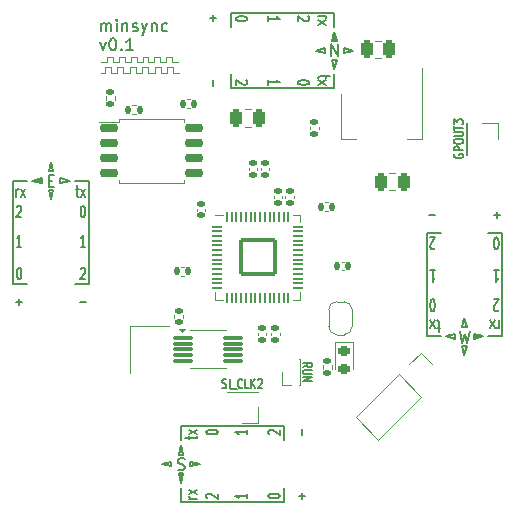
<source format=gto>
G04 #@! TF.GenerationSoftware,KiCad,Pcbnew,8.0.6*
G04 #@! TF.CreationDate,2025-01-25T09:56:42+01:00*
G04 #@! TF.ProjectId,RP2040_minimal_r2,52503230-3430-45f6-9d69-6e696d616c5f,REV2*
G04 #@! TF.SameCoordinates,Original*
G04 #@! TF.FileFunction,Legend,Top*
G04 #@! TF.FilePolarity,Positive*
%FSLAX46Y46*%
G04 Gerber Fmt 4.6, Leading zero omitted, Abs format (unit mm)*
G04 Created by KiCad (PCBNEW 8.0.6) date 2025-01-25 09:56:42*
%MOMM*%
%LPD*%
G01*
G04 APERTURE LIST*
G04 Aperture macros list*
%AMRoundRect*
0 Rectangle with rounded corners*
0 $1 Rounding radius*
0 $2 $3 $4 $5 $6 $7 $8 $9 X,Y pos of 4 corners*
0 Add a 4 corners polygon primitive as box body*
4,1,4,$2,$3,$4,$5,$6,$7,$8,$9,$2,$3,0*
0 Add four circle primitives for the rounded corners*
1,1,$1+$1,$2,$3*
1,1,$1+$1,$4,$5*
1,1,$1+$1,$6,$7*
1,1,$1+$1,$8,$9*
0 Add four rect primitives between the rounded corners*
20,1,$1+$1,$2,$3,$4,$5,0*
20,1,$1+$1,$4,$5,$6,$7,0*
20,1,$1+$1,$6,$7,$8,$9,0*
20,1,$1+$1,$8,$9,$2,$3,0*%
%AMHorizOval*
0 Thick line with rounded ends*
0 $1 width*
0 $2 $3 position (X,Y) of the first rounded end (center of the circle)*
0 $4 $5 position (X,Y) of the second rounded end (center of the circle)*
0 Add line between two ends*
20,1,$1,$2,$3,$4,$5,0*
0 Add two circle primitives to create the rounded ends*
1,1,$1,$2,$3*
1,1,$1,$4,$5*%
%AMRotRect*
0 Rectangle, with rotation*
0 The origin of the aperture is its center*
0 $1 length*
0 $2 width*
0 $3 Rotation angle, in degrees counterclockwise*
0 Add horizontal line*
21,1,$1,$2,0,0,$3*%
%AMFreePoly0*
4,1,19,0.500000,-0.750000,0.000000,-0.750000,0.000000,-0.744911,-0.071157,-0.744911,-0.207708,-0.704816,-0.327430,-0.627875,-0.420627,-0.520320,-0.479746,-0.390866,-0.500000,-0.250000,-0.500000,0.250000,-0.479746,0.390866,-0.420627,0.520320,-0.327430,0.627875,-0.207708,0.704816,-0.071157,0.744911,0.000000,0.744911,0.000000,0.750000,0.500000,0.750000,0.500000,-0.750000,0.500000,-0.750000,
$1*%
%AMFreePoly1*
4,1,19,0.000000,0.744911,0.071157,0.744911,0.207708,0.704816,0.327430,0.627875,0.420627,0.520320,0.479746,0.390866,0.500000,0.250000,0.500000,-0.250000,0.479746,-0.390866,0.420627,-0.520320,0.327430,-0.627875,0.207708,-0.704816,0.071157,-0.744911,0.000000,-0.744911,0.000000,-0.750000,-0.500000,-0.750000,-0.500000,0.750000,0.000000,0.750000,0.000000,0.744911,0.000000,0.744911,
$1*%
G04 Aperture macros list end*
%ADD10C,0.120000*%
%ADD11C,0.150000*%
%ADD12C,0.160000*%
%ADD13RoundRect,0.250000X-0.250000X-0.475000X0.250000X-0.475000X0.250000X0.475000X-0.250000X0.475000X0*%
%ADD14RoundRect,0.140000X0.170000X-0.140000X0.170000X0.140000X-0.170000X0.140000X-0.170000X-0.140000X0*%
%ADD15RoundRect,0.140000X0.140000X0.170000X-0.140000X0.170000X-0.140000X-0.170000X0.140000X-0.170000X0*%
%ADD16RoundRect,0.135000X0.135000X0.185000X-0.135000X0.185000X-0.135000X-0.185000X0.135000X-0.185000X0*%
%ADD17R,1.500000X2.000000*%
%ADD18R,3.800000X2.000000*%
%ADD19RoundRect,0.150000X-0.650000X-0.150000X0.650000X-0.150000X0.650000X0.150000X-0.650000X0.150000X0*%
%ADD20RoundRect,0.135000X0.185000X-0.135000X0.185000X0.135000X-0.185000X0.135000X-0.185000X-0.135000X0*%
%ADD21RoundRect,0.140000X-0.140000X-0.170000X0.140000X-0.170000X0.140000X0.170000X-0.140000X0.170000X0*%
%ADD22RoundRect,0.140000X-0.170000X0.140000X-0.170000X-0.140000X0.170000X-0.140000X0.170000X0.140000X0*%
%ADD23RoundRect,0.050000X-0.387500X-0.050000X0.387500X-0.050000X0.387500X0.050000X-0.387500X0.050000X0*%
%ADD24RoundRect,0.050000X-0.050000X-0.387500X0.050000X-0.387500X0.050000X0.387500X-0.050000X0.387500X0*%
%ADD25RoundRect,0.144000X-1.456000X-1.456000X1.456000X-1.456000X1.456000X1.456000X-1.456000X1.456000X0*%
%ADD26C,2.700000*%
%ADD27C,1.500000*%
%ADD28R,1.700000X1.700000*%
%ADD29C,1.700000*%
%ADD30FreePoly0,90.000000*%
%ADD31FreePoly1,90.000000*%
%ADD32R,1.200000X1.400000*%
%ADD33RoundRect,0.218750X-0.256250X0.218750X-0.256250X-0.218750X0.256250X-0.218750X0.256250X0.218750X0*%
%ADD34R,1.000000X1.000000*%
%ADD35RotRect,1.700000X1.700000X315.000000*%
%ADD36HorizOval,1.700000X0.000000X0.000000X0.000000X0.000000X0*%
%ADD37R,0.750000X1.000000*%
%ADD38RoundRect,0.087500X-0.725000X-0.087500X0.725000X-0.087500X0.725000X0.087500X-0.725000X0.087500X0*%
%ADD39RotRect,1.700000X1.700000X225.000000*%
%ADD40HorizOval,1.700000X0.000000X0.000000X0.000000X0.000000X0*%
%ADD41C,0.600000*%
G04 APERTURE END LIST*
D10*
X91300000Y-83900000D02*
X91800000Y-83900000D01*
X89750000Y-83500000D02*
X90250000Y-83500000D01*
X89750000Y-83000000D02*
X89750000Y-83500000D01*
X90250000Y-83500000D02*
X90250000Y-83000000D01*
X86750000Y-83500000D02*
X87250000Y-83500000D01*
D11*
X105700000Y-82700000D02*
X104900000Y-82500000D01*
X105700000Y-82300000D01*
X105700000Y-82700000D01*
D10*
X92250000Y-83500000D02*
X92250000Y-83000000D01*
D11*
X106700000Y-81700000D02*
X106300000Y-81700000D01*
X106500000Y-80900000D01*
X106700000Y-81700000D01*
G36*
X106700000Y-81700000D02*
G01*
X106300000Y-81700000D01*
X106500000Y-80900000D01*
X106700000Y-81700000D01*
G37*
D10*
X90800000Y-84400000D02*
X91300000Y-84400000D01*
X92300000Y-84400000D02*
X92300000Y-83900000D01*
X91250000Y-83500000D02*
X91250000Y-83000000D01*
X88700000Y-84400000D02*
X89200000Y-84400000D01*
X88750000Y-83500000D02*
X89250000Y-83500000D01*
D11*
X119100000Y-106700000D02*
X118300000Y-106900000D01*
X118300000Y-106500000D01*
X119100000Y-106700000D01*
G36*
X119100000Y-106700000D02*
G01*
X118300000Y-106900000D01*
X118300000Y-106500000D01*
X119100000Y-106700000D01*
G37*
D10*
X90200000Y-83900000D02*
X90700000Y-83900000D01*
X88250000Y-83000000D02*
X88750000Y-83000000D01*
D11*
X84100000Y-93505882D02*
X83300000Y-93705882D01*
X83300000Y-93305882D01*
X84100000Y-93505882D01*
D10*
X92750000Y-83000000D02*
X92750000Y-83500000D01*
X86750000Y-84400000D02*
X87100000Y-84400000D01*
X91750000Y-83000000D02*
X91750000Y-83500000D01*
X90750000Y-83500000D02*
X91250000Y-83500000D01*
X92300000Y-83900000D02*
X92800000Y-83900000D01*
X89250000Y-83500000D02*
X89250000Y-83000000D01*
X87600000Y-83900000D02*
X87600000Y-84400000D01*
X91250000Y-83000000D02*
X91750000Y-83000000D01*
X88600000Y-83900000D02*
X88600000Y-84400000D01*
X90250000Y-83000000D02*
X90750000Y-83000000D01*
X87100000Y-83900000D02*
X87600000Y-83900000D01*
X89700000Y-84400000D02*
X90200000Y-84400000D01*
D11*
X82700000Y-92705882D02*
X82300000Y-92705882D01*
X82500000Y-91905882D01*
X82700000Y-92705882D01*
D10*
X87250000Y-83000000D02*
X87750000Y-83000000D01*
X89200000Y-83900000D02*
X89700000Y-83900000D01*
X90750000Y-83000000D02*
X90750000Y-83500000D01*
D11*
X82500000Y-95105882D02*
X82300000Y-94305882D01*
X82700000Y-94305882D01*
X82500000Y-95105882D01*
D10*
X88750000Y-83000000D02*
X88750000Y-83500000D01*
X92250000Y-83000000D02*
X92750000Y-83000000D01*
X92800000Y-84400000D02*
X93300000Y-84400000D01*
X90700000Y-83900000D02*
X90700000Y-84400000D01*
D11*
X81700000Y-93705882D02*
X80900000Y-93505882D01*
X81700000Y-93305882D01*
X81700000Y-93705882D01*
G36*
X81700000Y-93705882D02*
G01*
X80900000Y-93505882D01*
X81700000Y-93305882D01*
X81700000Y-93705882D01*
G37*
D10*
X88250000Y-83500000D02*
X88250000Y-83000000D01*
D11*
X117500000Y-108300000D02*
X117300000Y-107500000D01*
X117700000Y-107500000D01*
X117500000Y-108300000D01*
X108100000Y-82500000D02*
X107300000Y-82700000D01*
X107300000Y-82300000D01*
X108100000Y-82500000D01*
D10*
X88700000Y-84400000D02*
X88600000Y-84400000D01*
D11*
X106500000Y-84100000D02*
X106300000Y-83300000D01*
X106700000Y-83300000D01*
X106500000Y-84100000D01*
D10*
X89700000Y-83900000D02*
X89700000Y-84400000D01*
X87600000Y-84400000D02*
X88100000Y-84400000D01*
X91750000Y-83500000D02*
X92250000Y-83500000D01*
X89250000Y-83000000D02*
X89750000Y-83000000D01*
X87250000Y-83500000D02*
X87250000Y-83000000D01*
X91800000Y-84400000D02*
X92300000Y-84400000D01*
X87750000Y-83500000D02*
X88250000Y-83500000D01*
D11*
X117700000Y-105900000D02*
X117300000Y-105900000D01*
X117500000Y-105100000D01*
X117700000Y-105900000D01*
D10*
X92750000Y-83500000D02*
X93250000Y-83500000D01*
X89200000Y-84400000D02*
X89200000Y-83900000D01*
D11*
X92700000Y-117700000D02*
X91900000Y-117500000D01*
X92700000Y-117300000D01*
X92700000Y-117700000D01*
D10*
X87100000Y-84400000D02*
X87100000Y-83900000D01*
X92800000Y-83900000D02*
X92800000Y-84400000D01*
X88100000Y-84400000D02*
X88100000Y-83900000D01*
D11*
X93500000Y-119100000D02*
X93300000Y-118300000D01*
X93700000Y-118300000D01*
X93500000Y-119100000D01*
G36*
X93500000Y-119100000D02*
G01*
X93300000Y-118300000D01*
X93700000Y-118300000D01*
X93500000Y-119100000D01*
G37*
D10*
X91800000Y-83900000D02*
X91800000Y-84400000D01*
D11*
X95100000Y-117500000D02*
X94300000Y-117700000D01*
X94300000Y-117300000D01*
X95100000Y-117500000D01*
X116700000Y-106900000D02*
X115900000Y-106700000D01*
X116700000Y-106500000D01*
X116700000Y-106900000D01*
X93700000Y-116700000D02*
X93300000Y-116700000D01*
X93500000Y-115900000D01*
X93700000Y-116700000D01*
D10*
X90800000Y-84400000D02*
X90700000Y-84400000D01*
X90200000Y-84400000D02*
X90200000Y-83900000D01*
X91300000Y-84400000D02*
X91300000Y-83900000D01*
X87750000Y-83000000D02*
X87750000Y-83500000D01*
X88100000Y-83900000D02*
X88600000Y-83900000D01*
D11*
X103805704Y-109284398D02*
X104186657Y-109084398D01*
X103805704Y-108941541D02*
X104605704Y-108941541D01*
X104605704Y-108941541D02*
X104605704Y-109170112D01*
X104605704Y-109170112D02*
X104567609Y-109227255D01*
X104567609Y-109227255D02*
X104529514Y-109255826D01*
X104529514Y-109255826D02*
X104453323Y-109284398D01*
X104453323Y-109284398D02*
X104339038Y-109284398D01*
X104339038Y-109284398D02*
X104262847Y-109255826D01*
X104262847Y-109255826D02*
X104224752Y-109227255D01*
X104224752Y-109227255D02*
X104186657Y-109170112D01*
X104186657Y-109170112D02*
X104186657Y-108941541D01*
X104605704Y-109541541D02*
X103958085Y-109541541D01*
X103958085Y-109541541D02*
X103881895Y-109570112D01*
X103881895Y-109570112D02*
X103843800Y-109598684D01*
X103843800Y-109598684D02*
X103805704Y-109655826D01*
X103805704Y-109655826D02*
X103805704Y-109770112D01*
X103805704Y-109770112D02*
X103843800Y-109827255D01*
X103843800Y-109827255D02*
X103881895Y-109855826D01*
X103881895Y-109855826D02*
X103958085Y-109884398D01*
X103958085Y-109884398D02*
X104605704Y-109884398D01*
X103805704Y-110170112D02*
X104605704Y-110170112D01*
X104605704Y-110170112D02*
X103805704Y-110512969D01*
X103805704Y-110512969D02*
X104605704Y-110512969D01*
X97012969Y-111056200D02*
X97098684Y-111094295D01*
X97098684Y-111094295D02*
X97241541Y-111094295D01*
X97241541Y-111094295D02*
X97298684Y-111056200D01*
X97298684Y-111056200D02*
X97327255Y-111018104D01*
X97327255Y-111018104D02*
X97355826Y-110941914D01*
X97355826Y-110941914D02*
X97355826Y-110865723D01*
X97355826Y-110865723D02*
X97327255Y-110789533D01*
X97327255Y-110789533D02*
X97298684Y-110751438D01*
X97298684Y-110751438D02*
X97241541Y-110713342D01*
X97241541Y-110713342D02*
X97127255Y-110675247D01*
X97127255Y-110675247D02*
X97070112Y-110637152D01*
X97070112Y-110637152D02*
X97041541Y-110599057D01*
X97041541Y-110599057D02*
X97012969Y-110522866D01*
X97012969Y-110522866D02*
X97012969Y-110446676D01*
X97012969Y-110446676D02*
X97041541Y-110370485D01*
X97041541Y-110370485D02*
X97070112Y-110332390D01*
X97070112Y-110332390D02*
X97127255Y-110294295D01*
X97127255Y-110294295D02*
X97270112Y-110294295D01*
X97270112Y-110294295D02*
X97355826Y-110332390D01*
X97612970Y-111094295D02*
X97612970Y-110294295D01*
X97755827Y-111170485D02*
X98212969Y-111170485D01*
X98698684Y-111018104D02*
X98670112Y-111056200D01*
X98670112Y-111056200D02*
X98584398Y-111094295D01*
X98584398Y-111094295D02*
X98527255Y-111094295D01*
X98527255Y-111094295D02*
X98441541Y-111056200D01*
X98441541Y-111056200D02*
X98384398Y-110980009D01*
X98384398Y-110980009D02*
X98355827Y-110903819D01*
X98355827Y-110903819D02*
X98327255Y-110751438D01*
X98327255Y-110751438D02*
X98327255Y-110637152D01*
X98327255Y-110637152D02*
X98355827Y-110484771D01*
X98355827Y-110484771D02*
X98384398Y-110408580D01*
X98384398Y-110408580D02*
X98441541Y-110332390D01*
X98441541Y-110332390D02*
X98527255Y-110294295D01*
X98527255Y-110294295D02*
X98584398Y-110294295D01*
X98584398Y-110294295D02*
X98670112Y-110332390D01*
X98670112Y-110332390D02*
X98698684Y-110370485D01*
X99241541Y-111094295D02*
X98955827Y-111094295D01*
X98955827Y-111094295D02*
X98955827Y-110294295D01*
X99441541Y-111094295D02*
X99441541Y-110294295D01*
X99784398Y-111094295D02*
X99527255Y-110637152D01*
X99784398Y-110294295D02*
X99441541Y-110751438D01*
X100012969Y-110370485D02*
X100041541Y-110332390D01*
X100041541Y-110332390D02*
X100098684Y-110294295D01*
X100098684Y-110294295D02*
X100241541Y-110294295D01*
X100241541Y-110294295D02*
X100298684Y-110332390D01*
X100298684Y-110332390D02*
X100327255Y-110370485D01*
X100327255Y-110370485D02*
X100355826Y-110446676D01*
X100355826Y-110446676D02*
X100355826Y-110522866D01*
X100355826Y-110522866D02*
X100327255Y-110637152D01*
X100327255Y-110637152D02*
X99984398Y-111094295D01*
X99984398Y-111094295D02*
X100355826Y-111094295D01*
X86736779Y-80859875D02*
X86736779Y-80193208D01*
X86736779Y-80288446D02*
X86784398Y-80240827D01*
X86784398Y-80240827D02*
X86879636Y-80193208D01*
X86879636Y-80193208D02*
X87022493Y-80193208D01*
X87022493Y-80193208D02*
X87117731Y-80240827D01*
X87117731Y-80240827D02*
X87165350Y-80336065D01*
X87165350Y-80336065D02*
X87165350Y-80859875D01*
X87165350Y-80336065D02*
X87212969Y-80240827D01*
X87212969Y-80240827D02*
X87308207Y-80193208D01*
X87308207Y-80193208D02*
X87451064Y-80193208D01*
X87451064Y-80193208D02*
X87546303Y-80240827D01*
X87546303Y-80240827D02*
X87593922Y-80336065D01*
X87593922Y-80336065D02*
X87593922Y-80859875D01*
X88070112Y-80859875D02*
X88070112Y-80193208D01*
X88070112Y-79859875D02*
X88022493Y-79907494D01*
X88022493Y-79907494D02*
X88070112Y-79955113D01*
X88070112Y-79955113D02*
X88117731Y-79907494D01*
X88117731Y-79907494D02*
X88070112Y-79859875D01*
X88070112Y-79859875D02*
X88070112Y-79955113D01*
X88546302Y-80193208D02*
X88546302Y-80859875D01*
X88546302Y-80288446D02*
X88593921Y-80240827D01*
X88593921Y-80240827D02*
X88689159Y-80193208D01*
X88689159Y-80193208D02*
X88832016Y-80193208D01*
X88832016Y-80193208D02*
X88927254Y-80240827D01*
X88927254Y-80240827D02*
X88974873Y-80336065D01*
X88974873Y-80336065D02*
X88974873Y-80859875D01*
X89403445Y-80812256D02*
X89498683Y-80859875D01*
X89498683Y-80859875D02*
X89689159Y-80859875D01*
X89689159Y-80859875D02*
X89784397Y-80812256D01*
X89784397Y-80812256D02*
X89832016Y-80717017D01*
X89832016Y-80717017D02*
X89832016Y-80669398D01*
X89832016Y-80669398D02*
X89784397Y-80574160D01*
X89784397Y-80574160D02*
X89689159Y-80526541D01*
X89689159Y-80526541D02*
X89546302Y-80526541D01*
X89546302Y-80526541D02*
X89451064Y-80478922D01*
X89451064Y-80478922D02*
X89403445Y-80383684D01*
X89403445Y-80383684D02*
X89403445Y-80336065D01*
X89403445Y-80336065D02*
X89451064Y-80240827D01*
X89451064Y-80240827D02*
X89546302Y-80193208D01*
X89546302Y-80193208D02*
X89689159Y-80193208D01*
X89689159Y-80193208D02*
X89784397Y-80240827D01*
X90165350Y-80193208D02*
X90403445Y-80859875D01*
X90641540Y-80193208D02*
X90403445Y-80859875D01*
X90403445Y-80859875D02*
X90308207Y-81097970D01*
X90308207Y-81097970D02*
X90260588Y-81145589D01*
X90260588Y-81145589D02*
X90165350Y-81193208D01*
X91022493Y-80193208D02*
X91022493Y-80859875D01*
X91022493Y-80288446D02*
X91070112Y-80240827D01*
X91070112Y-80240827D02*
X91165350Y-80193208D01*
X91165350Y-80193208D02*
X91308207Y-80193208D01*
X91308207Y-80193208D02*
X91403445Y-80240827D01*
X91403445Y-80240827D02*
X91451064Y-80336065D01*
X91451064Y-80336065D02*
X91451064Y-80859875D01*
X92355826Y-80812256D02*
X92260588Y-80859875D01*
X92260588Y-80859875D02*
X92070112Y-80859875D01*
X92070112Y-80859875D02*
X91974874Y-80812256D01*
X91974874Y-80812256D02*
X91927255Y-80764636D01*
X91927255Y-80764636D02*
X91879636Y-80669398D01*
X91879636Y-80669398D02*
X91879636Y-80383684D01*
X91879636Y-80383684D02*
X91927255Y-80288446D01*
X91927255Y-80288446D02*
X91974874Y-80240827D01*
X91974874Y-80240827D02*
X92070112Y-80193208D01*
X92070112Y-80193208D02*
X92260588Y-80193208D01*
X92260588Y-80193208D02*
X92355826Y-80240827D01*
X86641541Y-81803152D02*
X86879636Y-82469819D01*
X86879636Y-82469819D02*
X87117731Y-81803152D01*
X87689160Y-81469819D02*
X87784398Y-81469819D01*
X87784398Y-81469819D02*
X87879636Y-81517438D01*
X87879636Y-81517438D02*
X87927255Y-81565057D01*
X87927255Y-81565057D02*
X87974874Y-81660295D01*
X87974874Y-81660295D02*
X88022493Y-81850771D01*
X88022493Y-81850771D02*
X88022493Y-82088866D01*
X88022493Y-82088866D02*
X87974874Y-82279342D01*
X87974874Y-82279342D02*
X87927255Y-82374580D01*
X87927255Y-82374580D02*
X87879636Y-82422200D01*
X87879636Y-82422200D02*
X87784398Y-82469819D01*
X87784398Y-82469819D02*
X87689160Y-82469819D01*
X87689160Y-82469819D02*
X87593922Y-82422200D01*
X87593922Y-82422200D02*
X87546303Y-82374580D01*
X87546303Y-82374580D02*
X87498684Y-82279342D01*
X87498684Y-82279342D02*
X87451065Y-82088866D01*
X87451065Y-82088866D02*
X87451065Y-81850771D01*
X87451065Y-81850771D02*
X87498684Y-81660295D01*
X87498684Y-81660295D02*
X87546303Y-81565057D01*
X87546303Y-81565057D02*
X87593922Y-81517438D01*
X87593922Y-81517438D02*
X87689160Y-81469819D01*
X88451065Y-82374580D02*
X88498684Y-82422200D01*
X88498684Y-82422200D02*
X88451065Y-82469819D01*
X88451065Y-82469819D02*
X88403446Y-82422200D01*
X88403446Y-82422200D02*
X88451065Y-82374580D01*
X88451065Y-82374580D02*
X88451065Y-82469819D01*
X89451064Y-82469819D02*
X88879636Y-82469819D01*
X89165350Y-82469819D02*
X89165350Y-81469819D01*
X89165350Y-81469819D02*
X89070112Y-81612676D01*
X89070112Y-81612676D02*
X88974874Y-81707914D01*
X88974874Y-81707914D02*
X88879636Y-81755533D01*
X106236779Y-82969819D02*
X106236779Y-81969819D01*
X106236779Y-81969819D02*
X106808207Y-82969819D01*
X106808207Y-82969819D02*
X106808207Y-81969819D01*
X93239160Y-117972200D02*
X93382017Y-118019819D01*
X93382017Y-118019819D02*
X93620112Y-118019819D01*
X93620112Y-118019819D02*
X93715350Y-117972200D01*
X93715350Y-117972200D02*
X93762969Y-117924580D01*
X93762969Y-117924580D02*
X93810588Y-117829342D01*
X93810588Y-117829342D02*
X93810588Y-117734104D01*
X93810588Y-117734104D02*
X93762969Y-117638866D01*
X93762969Y-117638866D02*
X93715350Y-117591247D01*
X93715350Y-117591247D02*
X93620112Y-117543628D01*
X93620112Y-117543628D02*
X93429636Y-117496009D01*
X93429636Y-117496009D02*
X93334398Y-117448390D01*
X93334398Y-117448390D02*
X93286779Y-117400771D01*
X93286779Y-117400771D02*
X93239160Y-117305533D01*
X93239160Y-117305533D02*
X93239160Y-117210295D01*
X93239160Y-117210295D02*
X93286779Y-117115057D01*
X93286779Y-117115057D02*
X93334398Y-117067438D01*
X93334398Y-117067438D02*
X93429636Y-117019819D01*
X93429636Y-117019819D02*
X93667731Y-117019819D01*
X93667731Y-117019819D02*
X93810588Y-117067438D01*
X117091541Y-106219819D02*
X117329636Y-107219819D01*
X117329636Y-107219819D02*
X117520112Y-106505533D01*
X117520112Y-106505533D02*
X117710588Y-107219819D01*
X117710588Y-107219819D02*
X117948684Y-106219819D01*
X82286779Y-93501891D02*
X82620112Y-93501891D01*
X82762969Y-94025701D02*
X82286779Y-94025701D01*
X82286779Y-94025701D02*
X82286779Y-93025701D01*
X82286779Y-93025701D02*
X82762969Y-93025701D01*
X116632390Y-91244173D02*
X116594295Y-91301316D01*
X116594295Y-91301316D02*
X116594295Y-91387030D01*
X116594295Y-91387030D02*
X116632390Y-91472744D01*
X116632390Y-91472744D02*
X116708580Y-91529887D01*
X116708580Y-91529887D02*
X116784771Y-91558458D01*
X116784771Y-91558458D02*
X116937152Y-91587030D01*
X116937152Y-91587030D02*
X117051438Y-91587030D01*
X117051438Y-91587030D02*
X117203819Y-91558458D01*
X117203819Y-91558458D02*
X117280009Y-91529887D01*
X117280009Y-91529887D02*
X117356200Y-91472744D01*
X117356200Y-91472744D02*
X117394295Y-91387030D01*
X117394295Y-91387030D02*
X117394295Y-91329887D01*
X117394295Y-91329887D02*
X117356200Y-91244173D01*
X117356200Y-91244173D02*
X117318104Y-91215601D01*
X117318104Y-91215601D02*
X117051438Y-91215601D01*
X117051438Y-91215601D02*
X117051438Y-91329887D01*
X117394295Y-90958458D02*
X116594295Y-90958458D01*
X116594295Y-90958458D02*
X116594295Y-90729887D01*
X116594295Y-90729887D02*
X116632390Y-90672744D01*
X116632390Y-90672744D02*
X116670485Y-90644173D01*
X116670485Y-90644173D02*
X116746676Y-90615601D01*
X116746676Y-90615601D02*
X116860961Y-90615601D01*
X116860961Y-90615601D02*
X116937152Y-90644173D01*
X116937152Y-90644173D02*
X116975247Y-90672744D01*
X116975247Y-90672744D02*
X117013342Y-90729887D01*
X117013342Y-90729887D02*
X117013342Y-90958458D01*
X116594295Y-90244173D02*
X116594295Y-90129887D01*
X116594295Y-90129887D02*
X116632390Y-90072744D01*
X116632390Y-90072744D02*
X116708580Y-90015601D01*
X116708580Y-90015601D02*
X116860961Y-89987030D01*
X116860961Y-89987030D02*
X117127628Y-89987030D01*
X117127628Y-89987030D02*
X117280009Y-90015601D01*
X117280009Y-90015601D02*
X117356200Y-90072744D01*
X117356200Y-90072744D02*
X117394295Y-90129887D01*
X117394295Y-90129887D02*
X117394295Y-90244173D01*
X117394295Y-90244173D02*
X117356200Y-90301316D01*
X117356200Y-90301316D02*
X117280009Y-90358458D01*
X117280009Y-90358458D02*
X117127628Y-90387030D01*
X117127628Y-90387030D02*
X116860961Y-90387030D01*
X116860961Y-90387030D02*
X116708580Y-90358458D01*
X116708580Y-90358458D02*
X116632390Y-90301316D01*
X116632390Y-90301316D02*
X116594295Y-90244173D01*
X116594295Y-89729887D02*
X117241914Y-89729887D01*
X117241914Y-89729887D02*
X117318104Y-89701316D01*
X117318104Y-89701316D02*
X117356200Y-89672745D01*
X117356200Y-89672745D02*
X117394295Y-89615602D01*
X117394295Y-89615602D02*
X117394295Y-89501316D01*
X117394295Y-89501316D02*
X117356200Y-89444173D01*
X117356200Y-89444173D02*
X117318104Y-89415602D01*
X117318104Y-89415602D02*
X117241914Y-89387030D01*
X117241914Y-89387030D02*
X116594295Y-89387030D01*
X116594295Y-89187031D02*
X116594295Y-88844174D01*
X117394295Y-89015602D02*
X116594295Y-89015602D01*
X116594295Y-88701316D02*
X116594295Y-88329888D01*
X116594295Y-88329888D02*
X116899057Y-88529888D01*
X116899057Y-88529888D02*
X116899057Y-88444173D01*
X116899057Y-88444173D02*
X116937152Y-88387031D01*
X116937152Y-88387031D02*
X116975247Y-88358459D01*
X116975247Y-88358459D02*
X117051438Y-88329888D01*
X117051438Y-88329888D02*
X117241914Y-88329888D01*
X117241914Y-88329888D02*
X117318104Y-88358459D01*
X117318104Y-88358459D02*
X117356200Y-88387031D01*
X117356200Y-88387031D02*
X117394295Y-88444173D01*
X117394295Y-88444173D02*
X117394295Y-88615602D01*
X117394295Y-88615602D02*
X117356200Y-88672745D01*
X117356200Y-88672745D02*
X117318104Y-88701316D01*
D12*
X100869299Y-120233333D02*
X100869299Y-120166666D01*
X100869299Y-120166666D02*
X100916918Y-120099999D01*
X100916918Y-120099999D02*
X100964537Y-120066666D01*
X100964537Y-120066666D02*
X101059775Y-120033333D01*
X101059775Y-120033333D02*
X101250251Y-119999999D01*
X101250251Y-119999999D02*
X101488346Y-119999999D01*
X101488346Y-119999999D02*
X101678822Y-120033333D01*
X101678822Y-120033333D02*
X101774060Y-120066666D01*
X101774060Y-120066666D02*
X101821680Y-120099999D01*
X101821680Y-120099999D02*
X101869299Y-120166666D01*
X101869299Y-120166666D02*
X101869299Y-120233333D01*
X101869299Y-120233333D02*
X101821680Y-120299999D01*
X101821680Y-120299999D02*
X101774060Y-120333333D01*
X101774060Y-120333333D02*
X101678822Y-120366666D01*
X101678822Y-120366666D02*
X101488346Y-120399999D01*
X101488346Y-120399999D02*
X101250251Y-120399999D01*
X101250251Y-120399999D02*
X101059775Y-120366666D01*
X101059775Y-120366666D02*
X100964537Y-120333333D01*
X100964537Y-120333333D02*
X100916918Y-120299999D01*
X100916918Y-120299999D02*
X100869299Y-120233333D01*
X94869299Y-120433333D02*
X94202632Y-120433333D01*
X94393108Y-120433333D02*
X94297870Y-120400000D01*
X94297870Y-120400000D02*
X94250251Y-120366666D01*
X94250251Y-120366666D02*
X94202632Y-120300000D01*
X94202632Y-120300000D02*
X94202632Y-120233333D01*
X94869299Y-120066667D02*
X94202632Y-119700000D01*
X94202632Y-120066667D02*
X94869299Y-119700000D01*
X95619299Y-114833333D02*
X95619299Y-114766666D01*
X95619299Y-114766666D02*
X95666918Y-114699999D01*
X95666918Y-114699999D02*
X95714537Y-114666666D01*
X95714537Y-114666666D02*
X95809775Y-114633333D01*
X95809775Y-114633333D02*
X96000251Y-114599999D01*
X96000251Y-114599999D02*
X96238346Y-114599999D01*
X96238346Y-114599999D02*
X96428822Y-114633333D01*
X96428822Y-114633333D02*
X96524060Y-114666666D01*
X96524060Y-114666666D02*
X96571680Y-114699999D01*
X96571680Y-114699999D02*
X96619299Y-114766666D01*
X96619299Y-114766666D02*
X96619299Y-114833333D01*
X96619299Y-114833333D02*
X96571680Y-114899999D01*
X96571680Y-114899999D02*
X96524060Y-114933333D01*
X96524060Y-114933333D02*
X96428822Y-114966666D01*
X96428822Y-114966666D02*
X96238346Y-114999999D01*
X96238346Y-114999999D02*
X96000251Y-114999999D01*
X96000251Y-114999999D02*
X95809775Y-114966666D01*
X95809775Y-114966666D02*
X95714537Y-114933333D01*
X95714537Y-114933333D02*
X95666918Y-114899999D01*
X95666918Y-114899999D02*
X95619299Y-114833333D01*
X99119299Y-119999999D02*
X99119299Y-120399999D01*
X99119299Y-120199999D02*
X98119299Y-120199999D01*
X98119299Y-120199999D02*
X98262156Y-120266666D01*
X98262156Y-120266666D02*
X98357394Y-120333333D01*
X98357394Y-120333333D02*
X98405013Y-120399999D01*
X95714537Y-120399999D02*
X95666918Y-120366666D01*
X95666918Y-120366666D02*
X95619299Y-120299999D01*
X95619299Y-120299999D02*
X95619299Y-120133333D01*
X95619299Y-120133333D02*
X95666918Y-120066666D01*
X95666918Y-120066666D02*
X95714537Y-120033333D01*
X95714537Y-120033333D02*
X95809775Y-119999999D01*
X95809775Y-119999999D02*
X95905013Y-119999999D01*
X95905013Y-119999999D02*
X96047870Y-120033333D01*
X96047870Y-120033333D02*
X96619299Y-120433333D01*
X96619299Y-120433333D02*
X96619299Y-119999999D01*
X100964537Y-114999999D02*
X100916918Y-114966666D01*
X100916918Y-114966666D02*
X100869299Y-114899999D01*
X100869299Y-114899999D02*
X100869299Y-114733333D01*
X100869299Y-114733333D02*
X100916918Y-114666666D01*
X100916918Y-114666666D02*
X100964537Y-114633333D01*
X100964537Y-114633333D02*
X101059775Y-114599999D01*
X101059775Y-114599999D02*
X101155013Y-114599999D01*
X101155013Y-114599999D02*
X101297870Y-114633333D01*
X101297870Y-114633333D02*
X101869299Y-115033333D01*
X101869299Y-115033333D02*
X101869299Y-114599999D01*
X94202632Y-115416666D02*
X94202632Y-115149999D01*
X93869299Y-115316666D02*
X94726441Y-115316666D01*
X94726441Y-115316666D02*
X94821680Y-115283333D01*
X94821680Y-115283333D02*
X94869299Y-115216666D01*
X94869299Y-115216666D02*
X94869299Y-115149999D01*
X94869299Y-114983333D02*
X94202632Y-114616666D01*
X94202632Y-114983333D02*
X94869299Y-114616666D01*
X99119299Y-114599999D02*
X99119299Y-114999999D01*
X99119299Y-114799999D02*
X98119299Y-114799999D01*
X98119299Y-114799999D02*
X98262156Y-114866666D01*
X98262156Y-114866666D02*
X98357394Y-114933333D01*
X98357394Y-114933333D02*
X98405013Y-114999999D01*
X85400000Y-99119299D02*
X85000000Y-99119299D01*
X85200000Y-99119299D02*
X85200000Y-98119299D01*
X85200000Y-98119299D02*
X85133333Y-98262156D01*
X85133333Y-98262156D02*
X85066667Y-98357394D01*
X85066667Y-98357394D02*
X85000000Y-98405013D01*
X79766667Y-100869299D02*
X79833333Y-100869299D01*
X79833333Y-100869299D02*
X79900000Y-100916918D01*
X79900000Y-100916918D02*
X79933333Y-100964537D01*
X79933333Y-100964537D02*
X79966667Y-101059775D01*
X79966667Y-101059775D02*
X80000000Y-101250251D01*
X80000000Y-101250251D02*
X80000000Y-101488346D01*
X80000000Y-101488346D02*
X79966667Y-101678822D01*
X79966667Y-101678822D02*
X79933333Y-101774060D01*
X79933333Y-101774060D02*
X79900000Y-101821680D01*
X79900000Y-101821680D02*
X79833333Y-101869299D01*
X79833333Y-101869299D02*
X79766667Y-101869299D01*
X79766667Y-101869299D02*
X79700000Y-101821680D01*
X79700000Y-101821680D02*
X79666667Y-101774060D01*
X79666667Y-101774060D02*
X79633333Y-101678822D01*
X79633333Y-101678822D02*
X79600000Y-101488346D01*
X79600000Y-101488346D02*
X79600000Y-101250251D01*
X79600000Y-101250251D02*
X79633333Y-101059775D01*
X79633333Y-101059775D02*
X79666667Y-100964537D01*
X79666667Y-100964537D02*
X79700000Y-100916918D01*
X79700000Y-100916918D02*
X79766667Y-100869299D01*
X79566666Y-94869299D02*
X79566666Y-94202632D01*
X79566666Y-94393108D02*
X79600000Y-94297870D01*
X79600000Y-94297870D02*
X79633333Y-94250251D01*
X79633333Y-94250251D02*
X79700000Y-94202632D01*
X79700000Y-94202632D02*
X79766666Y-94202632D01*
X79933333Y-94869299D02*
X80299999Y-94202632D01*
X79933333Y-94202632D02*
X80299999Y-94869299D01*
X85166667Y-95619299D02*
X85233333Y-95619299D01*
X85233333Y-95619299D02*
X85300000Y-95666918D01*
X85300000Y-95666918D02*
X85333333Y-95714537D01*
X85333333Y-95714537D02*
X85366667Y-95809775D01*
X85366667Y-95809775D02*
X85400000Y-96000251D01*
X85400000Y-96000251D02*
X85400000Y-96238346D01*
X85400000Y-96238346D02*
X85366667Y-96428822D01*
X85366667Y-96428822D02*
X85333333Y-96524060D01*
X85333333Y-96524060D02*
X85300000Y-96571680D01*
X85300000Y-96571680D02*
X85233333Y-96619299D01*
X85233333Y-96619299D02*
X85166667Y-96619299D01*
X85166667Y-96619299D02*
X85100000Y-96571680D01*
X85100000Y-96571680D02*
X85066667Y-96524060D01*
X85066667Y-96524060D02*
X85033333Y-96428822D01*
X85033333Y-96428822D02*
X85000000Y-96238346D01*
X85000000Y-96238346D02*
X85000000Y-96000251D01*
X85000000Y-96000251D02*
X85033333Y-95809775D01*
X85033333Y-95809775D02*
X85066667Y-95714537D01*
X85066667Y-95714537D02*
X85100000Y-95666918D01*
X85100000Y-95666918D02*
X85166667Y-95619299D01*
X84583333Y-94202632D02*
X84850000Y-94202632D01*
X84683333Y-93869299D02*
X84683333Y-94726441D01*
X84683333Y-94726441D02*
X84716667Y-94821680D01*
X84716667Y-94821680D02*
X84783333Y-94869299D01*
X84783333Y-94869299D02*
X84850000Y-94869299D01*
X85016667Y-94869299D02*
X85383333Y-94202632D01*
X85016667Y-94202632D02*
X85383333Y-94869299D01*
X80000000Y-99119299D02*
X79600000Y-99119299D01*
X79800000Y-99119299D02*
X79800000Y-98119299D01*
X79800000Y-98119299D02*
X79733333Y-98262156D01*
X79733333Y-98262156D02*
X79666667Y-98357394D01*
X79666667Y-98357394D02*
X79600000Y-98405013D01*
X85000000Y-100964537D02*
X85033333Y-100916918D01*
X85033333Y-100916918D02*
X85100000Y-100869299D01*
X85100000Y-100869299D02*
X85266667Y-100869299D01*
X85266667Y-100869299D02*
X85333333Y-100916918D01*
X85333333Y-100916918D02*
X85366667Y-100964537D01*
X85366667Y-100964537D02*
X85400000Y-101059775D01*
X85400000Y-101059775D02*
X85400000Y-101155013D01*
X85400000Y-101155013D02*
X85366667Y-101297870D01*
X85366667Y-101297870D02*
X84966667Y-101869299D01*
X84966667Y-101869299D02*
X85400000Y-101869299D01*
X79600000Y-95714537D02*
X79633333Y-95666918D01*
X79633333Y-95666918D02*
X79700000Y-95619299D01*
X79700000Y-95619299D02*
X79866667Y-95619299D01*
X79866667Y-95619299D02*
X79933333Y-95666918D01*
X79933333Y-95666918D02*
X79966667Y-95714537D01*
X79966667Y-95714537D02*
X80000000Y-95809775D01*
X80000000Y-95809775D02*
X80000000Y-95905013D01*
X80000000Y-95905013D02*
X79966667Y-96047870D01*
X79966667Y-96047870D02*
X79566667Y-96619299D01*
X79566667Y-96619299D02*
X80000000Y-96619299D01*
X120233333Y-99320700D02*
X120166666Y-99320700D01*
X120166666Y-99320700D02*
X120099999Y-99273081D01*
X120099999Y-99273081D02*
X120066666Y-99225462D01*
X120066666Y-99225462D02*
X120033333Y-99130224D01*
X120033333Y-99130224D02*
X119999999Y-98939748D01*
X119999999Y-98939748D02*
X119999999Y-98701653D01*
X119999999Y-98701653D02*
X120033333Y-98511177D01*
X120033333Y-98511177D02*
X120066666Y-98415939D01*
X120066666Y-98415939D02*
X120099999Y-98368320D01*
X120099999Y-98368320D02*
X120166666Y-98320700D01*
X120166666Y-98320700D02*
X120233333Y-98320700D01*
X120233333Y-98320700D02*
X120299999Y-98368320D01*
X120299999Y-98368320D02*
X120333333Y-98415939D01*
X120333333Y-98415939D02*
X120366666Y-98511177D01*
X120366666Y-98511177D02*
X120399999Y-98701653D01*
X120399999Y-98701653D02*
X120399999Y-98939748D01*
X120399999Y-98939748D02*
X120366666Y-99130224D01*
X120366666Y-99130224D02*
X120333333Y-99225462D01*
X120333333Y-99225462D02*
X120299999Y-99273081D01*
X120299999Y-99273081D02*
X120233333Y-99320700D01*
X120399999Y-104475462D02*
X120366666Y-104523081D01*
X120366666Y-104523081D02*
X120299999Y-104570700D01*
X120299999Y-104570700D02*
X120133333Y-104570700D01*
X120133333Y-104570700D02*
X120066666Y-104523081D01*
X120066666Y-104523081D02*
X120033333Y-104475462D01*
X120033333Y-104475462D02*
X119999999Y-104380224D01*
X119999999Y-104380224D02*
X119999999Y-104284986D01*
X119999999Y-104284986D02*
X120033333Y-104142129D01*
X120033333Y-104142129D02*
X120433333Y-103570700D01*
X120433333Y-103570700D02*
X119999999Y-103570700D01*
X115416666Y-105987367D02*
X115149999Y-105987367D01*
X115316666Y-106320700D02*
X115316666Y-105463558D01*
X115316666Y-105463558D02*
X115283333Y-105368320D01*
X115283333Y-105368320D02*
X115216666Y-105320700D01*
X115216666Y-105320700D02*
X115149999Y-105320700D01*
X114983333Y-105320700D02*
X114616666Y-105987367D01*
X114983333Y-105987367D02*
X114616666Y-105320700D01*
X119999999Y-101070700D02*
X120399999Y-101070700D01*
X120199999Y-101070700D02*
X120199999Y-102070700D01*
X120199999Y-102070700D02*
X120266666Y-101927843D01*
X120266666Y-101927843D02*
X120333333Y-101832605D01*
X120333333Y-101832605D02*
X120399999Y-101784986D01*
X114833333Y-104570700D02*
X114766666Y-104570700D01*
X114766666Y-104570700D02*
X114699999Y-104523081D01*
X114699999Y-104523081D02*
X114666666Y-104475462D01*
X114666666Y-104475462D02*
X114633333Y-104380224D01*
X114633333Y-104380224D02*
X114599999Y-104189748D01*
X114599999Y-104189748D02*
X114599999Y-103951653D01*
X114599999Y-103951653D02*
X114633333Y-103761177D01*
X114633333Y-103761177D02*
X114666666Y-103665939D01*
X114666666Y-103665939D02*
X114699999Y-103618320D01*
X114699999Y-103618320D02*
X114766666Y-103570700D01*
X114766666Y-103570700D02*
X114833333Y-103570700D01*
X114833333Y-103570700D02*
X114899999Y-103618320D01*
X114899999Y-103618320D02*
X114933333Y-103665939D01*
X114933333Y-103665939D02*
X114966666Y-103761177D01*
X114966666Y-103761177D02*
X114999999Y-103951653D01*
X114999999Y-103951653D02*
X114999999Y-104189748D01*
X114999999Y-104189748D02*
X114966666Y-104380224D01*
X114966666Y-104380224D02*
X114933333Y-104475462D01*
X114933333Y-104475462D02*
X114899999Y-104523081D01*
X114899999Y-104523081D02*
X114833333Y-104570700D01*
X114599999Y-101070700D02*
X114999999Y-101070700D01*
X114799999Y-101070700D02*
X114799999Y-102070700D01*
X114799999Y-102070700D02*
X114866666Y-101927843D01*
X114866666Y-101927843D02*
X114933333Y-101832605D01*
X114933333Y-101832605D02*
X114999999Y-101784986D01*
X120433333Y-105320700D02*
X120433333Y-105987367D01*
X120433333Y-105796891D02*
X120400000Y-105892129D01*
X120400000Y-105892129D02*
X120366666Y-105939748D01*
X120366666Y-105939748D02*
X120300000Y-105987367D01*
X120300000Y-105987367D02*
X120233333Y-105987367D01*
X120066667Y-105320700D02*
X119700000Y-105987367D01*
X120066667Y-105987367D02*
X119700000Y-105320700D01*
X114999999Y-99225462D02*
X114966666Y-99273081D01*
X114966666Y-99273081D02*
X114899999Y-99320700D01*
X114899999Y-99320700D02*
X114733333Y-99320700D01*
X114733333Y-99320700D02*
X114666666Y-99273081D01*
X114666666Y-99273081D02*
X114633333Y-99225462D01*
X114633333Y-99225462D02*
X114599999Y-99130224D01*
X114599999Y-99130224D02*
X114599999Y-99034986D01*
X114599999Y-99034986D02*
X114633333Y-98892129D01*
X114633333Y-98892129D02*
X115033333Y-98320700D01*
X115033333Y-98320700D02*
X114599999Y-98320700D01*
X104380700Y-85166667D02*
X104380700Y-85233333D01*
X104380700Y-85233333D02*
X104333081Y-85300000D01*
X104333081Y-85300000D02*
X104285462Y-85333333D01*
X104285462Y-85333333D02*
X104190224Y-85366667D01*
X104190224Y-85366667D02*
X103999748Y-85400000D01*
X103999748Y-85400000D02*
X103761653Y-85400000D01*
X103761653Y-85400000D02*
X103571177Y-85366667D01*
X103571177Y-85366667D02*
X103475939Y-85333333D01*
X103475939Y-85333333D02*
X103428320Y-85300000D01*
X103428320Y-85300000D02*
X103380700Y-85233333D01*
X103380700Y-85233333D02*
X103380700Y-85166667D01*
X103380700Y-85166667D02*
X103428320Y-85100000D01*
X103428320Y-85100000D02*
X103475939Y-85066667D01*
X103475939Y-85066667D02*
X103571177Y-85033333D01*
X103571177Y-85033333D02*
X103761653Y-85000000D01*
X103761653Y-85000000D02*
X103999748Y-85000000D01*
X103999748Y-85000000D02*
X104190224Y-85033333D01*
X104190224Y-85033333D02*
X104285462Y-85066667D01*
X104285462Y-85066667D02*
X104333081Y-85100000D01*
X104333081Y-85100000D02*
X104380700Y-85166667D01*
X105130700Y-79566666D02*
X105797367Y-79566666D01*
X105606891Y-79566666D02*
X105702129Y-79600000D01*
X105702129Y-79600000D02*
X105749748Y-79633333D01*
X105749748Y-79633333D02*
X105797367Y-79700000D01*
X105797367Y-79700000D02*
X105797367Y-79766666D01*
X105130700Y-79933333D02*
X105797367Y-80299999D01*
X105797367Y-79933333D02*
X105130700Y-80299999D01*
X105797367Y-84583333D02*
X105797367Y-84850000D01*
X106130700Y-84683333D02*
X105273558Y-84683333D01*
X105273558Y-84683333D02*
X105178320Y-84716667D01*
X105178320Y-84716667D02*
X105130700Y-84783333D01*
X105130700Y-84783333D02*
X105130700Y-84850000D01*
X105130700Y-85016667D02*
X105797367Y-85383333D01*
X105797367Y-85016667D02*
X105130700Y-85383333D01*
X100880700Y-85400000D02*
X100880700Y-85000000D01*
X100880700Y-85200000D02*
X101880700Y-85200000D01*
X101880700Y-85200000D02*
X101737843Y-85133333D01*
X101737843Y-85133333D02*
X101642605Y-85066667D01*
X101642605Y-85066667D02*
X101594986Y-85000000D01*
X100880700Y-80000000D02*
X100880700Y-79600000D01*
X100880700Y-79800000D02*
X101880700Y-79800000D01*
X101880700Y-79800000D02*
X101737843Y-79733333D01*
X101737843Y-79733333D02*
X101642605Y-79666667D01*
X101642605Y-79666667D02*
X101594986Y-79600000D01*
X99035462Y-85000000D02*
X99083081Y-85033333D01*
X99083081Y-85033333D02*
X99130700Y-85100000D01*
X99130700Y-85100000D02*
X99130700Y-85266667D01*
X99130700Y-85266667D02*
X99083081Y-85333333D01*
X99083081Y-85333333D02*
X99035462Y-85366667D01*
X99035462Y-85366667D02*
X98940224Y-85400000D01*
X98940224Y-85400000D02*
X98844986Y-85400000D01*
X98844986Y-85400000D02*
X98702129Y-85366667D01*
X98702129Y-85366667D02*
X98130700Y-84966667D01*
X98130700Y-84966667D02*
X98130700Y-85400000D01*
X99130700Y-79766667D02*
X99130700Y-79833333D01*
X99130700Y-79833333D02*
X99083081Y-79900000D01*
X99083081Y-79900000D02*
X99035462Y-79933333D01*
X99035462Y-79933333D02*
X98940224Y-79966667D01*
X98940224Y-79966667D02*
X98749748Y-80000000D01*
X98749748Y-80000000D02*
X98511653Y-80000000D01*
X98511653Y-80000000D02*
X98321177Y-79966667D01*
X98321177Y-79966667D02*
X98225939Y-79933333D01*
X98225939Y-79933333D02*
X98178320Y-79900000D01*
X98178320Y-79900000D02*
X98130700Y-79833333D01*
X98130700Y-79833333D02*
X98130700Y-79766667D01*
X98130700Y-79766667D02*
X98178320Y-79700000D01*
X98178320Y-79700000D02*
X98225939Y-79666667D01*
X98225939Y-79666667D02*
X98321177Y-79633333D01*
X98321177Y-79633333D02*
X98511653Y-79600000D01*
X98511653Y-79600000D02*
X98749748Y-79600000D01*
X98749748Y-79600000D02*
X98940224Y-79633333D01*
X98940224Y-79633333D02*
X99035462Y-79666667D01*
X99035462Y-79666667D02*
X99083081Y-79700000D01*
X99083081Y-79700000D02*
X99130700Y-79766667D01*
X104285462Y-79600000D02*
X104333081Y-79633333D01*
X104333081Y-79633333D02*
X104380700Y-79700000D01*
X104380700Y-79700000D02*
X104380700Y-79866667D01*
X104380700Y-79866667D02*
X104333081Y-79933333D01*
X104333081Y-79933333D02*
X104285462Y-79966667D01*
X104285462Y-79966667D02*
X104190224Y-80000000D01*
X104190224Y-80000000D02*
X104094986Y-80000000D01*
X104094986Y-80000000D02*
X103952129Y-79966667D01*
X103952129Y-79966667D02*
X103380700Y-79566667D01*
X103380700Y-79566667D02*
X103380700Y-80000000D01*
D10*
X111138748Y-92865000D02*
X111661252Y-92865000D01*
X111138748Y-94335000D02*
X111661252Y-94335000D01*
X102340000Y-95007836D02*
X102340000Y-94792164D01*
X103060000Y-95007836D02*
X103060000Y-94792164D01*
X101340000Y-95007836D02*
X101340000Y-94792164D01*
X102060000Y-95007836D02*
X102060000Y-94792164D01*
X93722836Y-100840000D02*
X93507164Y-100840000D01*
X93722836Y-101560000D02*
X93507164Y-101560000D01*
X94242836Y-86640000D02*
X94027164Y-86640000D01*
X94242836Y-87360000D02*
X94027164Y-87360000D01*
X89653641Y-87120000D02*
X89346359Y-87120000D01*
X89653641Y-87880000D02*
X89346359Y-87880000D01*
X107090000Y-86200000D02*
X107090000Y-89960000D01*
X107090000Y-89960000D02*
X108350000Y-89960000D01*
X113910000Y-83950000D02*
X113910000Y-89960000D01*
X113910000Y-89960000D02*
X112650000Y-89960000D01*
X88275000Y-88275000D02*
X88275000Y-88535000D01*
X88275000Y-88535000D02*
X86600000Y-88535000D01*
X88275000Y-93725000D02*
X88275000Y-93465000D01*
X91000000Y-88275000D02*
X88275000Y-88275000D01*
X91000000Y-88275000D02*
X93725000Y-88275000D01*
X91000000Y-93725000D02*
X88275000Y-93725000D01*
X91000000Y-93725000D02*
X93725000Y-93725000D01*
X93725000Y-88275000D02*
X93725000Y-88535000D01*
X93725000Y-93725000D02*
X93725000Y-93465000D01*
X87120000Y-86653641D02*
X87120000Y-86346359D01*
X87880000Y-86653641D02*
X87880000Y-86346359D01*
X100240000Y-92627836D02*
X100240000Y-92412164D01*
X100960000Y-92627836D02*
X100960000Y-92412164D01*
X107094664Y-100390000D02*
X107310336Y-100390000D01*
X107094664Y-101110000D02*
X107310336Y-101110000D01*
X100021000Y-106377164D02*
X100021000Y-106592836D01*
X100741000Y-106377164D02*
X100741000Y-106592836D01*
X101140000Y-106377164D02*
X101140000Y-106592836D01*
X101860000Y-106377164D02*
X101860000Y-106592836D01*
X109938748Y-81665000D02*
X110461252Y-81665000D01*
X109938748Y-83135000D02*
X110461252Y-83135000D01*
X94840000Y-96087836D02*
X94840000Y-95872164D01*
X95560000Y-96087836D02*
X95560000Y-95872164D01*
X104440000Y-89172836D02*
X104440000Y-88957164D01*
X105160000Y-89172836D02*
X105160000Y-88957164D01*
X96390000Y-103610000D02*
X96390000Y-102960000D01*
X97040000Y-96390000D02*
X96390000Y-96390000D01*
X97040000Y-103610000D02*
X96390000Y-103610000D01*
X102960000Y-96390000D02*
X103610000Y-96390000D01*
X102960000Y-103610000D02*
X103610000Y-103610000D01*
X103610000Y-96390000D02*
X103610000Y-97040000D01*
X103610000Y-103610000D02*
X103610000Y-102960000D01*
X99240000Y-92627836D02*
X99240000Y-92412164D01*
X99960000Y-92627836D02*
X99960000Y-92412164D01*
X105712164Y-95340000D02*
X105927836Y-95340000D01*
X105712164Y-96060000D02*
X105927836Y-96060000D01*
X98888748Y-87465000D02*
X99411252Y-87465000D01*
X98888748Y-88935000D02*
X99411252Y-88935000D01*
X120330000Y-88670000D02*
X120330000Y-90000000D01*
X119000000Y-88670000D02*
X120330000Y-88670000D01*
X117730000Y-88670000D02*
X117670000Y-88670000D01*
X117730000Y-88670000D02*
X117730000Y-91330000D01*
X117670000Y-88670000D02*
X117670000Y-91330000D01*
X117730000Y-91330000D02*
X117670000Y-91330000D01*
D12*
X93500000Y-114300000D02*
X93500000Y-115500000D01*
X93500000Y-114300000D02*
X102250000Y-114300000D01*
X93500000Y-120700000D02*
X93500000Y-119500000D01*
X93500000Y-120700000D02*
X102250000Y-120700000D01*
X102250000Y-114300000D02*
X102250000Y-115500000D01*
X102250000Y-120700000D02*
X102250000Y-119500000D01*
X103750000Y-115008000D02*
X103750000Y-114500000D01*
X103750000Y-120504000D02*
X103750000Y-119996000D01*
X104004000Y-120250000D02*
X103496000Y-120250000D01*
D10*
X100030000Y-114030000D02*
X98700000Y-114030000D01*
X100030000Y-112700000D02*
X100030000Y-114030000D01*
X100030000Y-111430000D02*
X100030000Y-111370000D01*
X100030000Y-111430000D02*
X97370000Y-111430000D01*
X100030000Y-111370000D02*
X97370000Y-111370000D01*
X97370000Y-111430000D02*
X97370000Y-111370000D01*
X106000000Y-105850000D02*
X106000000Y-104450000D01*
X106700000Y-103750000D02*
X107300000Y-103750000D01*
X107300000Y-106550000D02*
X106700000Y-106550000D01*
X108000000Y-104450000D02*
X108000000Y-105850000D01*
X106000000Y-104450000D02*
G75*
G02*
X106700000Y-103750000I700000J0D01*
G01*
X106700000Y-106550000D02*
G75*
G02*
X106000000Y-105850000I-1J699999D01*
G01*
X107300000Y-103750000D02*
G75*
G02*
X108000000Y-104450000I0J-700000D01*
G01*
X108000000Y-105850000D02*
G75*
G02*
X107300000Y-106550000I-699999J-1D01*
G01*
X89150000Y-105800000D02*
X89150000Y-109800000D01*
X92450000Y-105800000D02*
X89150000Y-105800000D01*
X106565000Y-107202500D02*
X106565000Y-109487500D01*
X108035000Y-107202500D02*
X106565000Y-107202500D01*
X108035000Y-109487500D02*
X108035000Y-107202500D01*
X102040000Y-110810000D02*
X102040000Y-109700000D01*
X102800000Y-110810000D02*
X102040000Y-110810000D01*
X103560000Y-108590000D02*
X103495000Y-108590000D01*
X103560000Y-109136529D02*
X103560000Y-108590000D01*
X103560000Y-110810000D02*
X103495000Y-110810000D01*
X103560000Y-110810000D02*
X103560000Y-108590000D01*
X103560000Y-110810000D02*
X103560000Y-110263471D01*
D12*
X79300000Y-93500000D02*
X79300000Y-102250000D01*
X79300000Y-93500000D02*
X80500000Y-93500000D01*
X79300000Y-102250000D02*
X80500000Y-102250000D01*
X79496000Y-103750000D02*
X80004000Y-103750000D01*
X79750000Y-104004000D02*
X79750000Y-103496000D01*
X84992000Y-103750000D02*
X85500000Y-103750000D01*
X85700000Y-93500000D02*
X84500000Y-93500000D01*
X85700000Y-93500000D02*
X85700000Y-102250000D01*
X85700000Y-102250000D02*
X84500000Y-102250000D01*
D10*
X92940000Y-104912164D02*
X92940000Y-105127836D01*
X93660000Y-104912164D02*
X93660000Y-105127836D01*
D12*
X114300000Y-97940000D02*
X115500000Y-97940000D01*
X114300000Y-106690000D02*
X114300000Y-97940000D01*
X114300000Y-106690000D02*
X115500000Y-106690000D01*
X115008000Y-96440000D02*
X114500000Y-96440000D01*
X120250000Y-96186000D02*
X120250000Y-96694000D01*
X120504000Y-96440000D02*
X119996000Y-96440000D01*
X120700000Y-97940000D02*
X119500000Y-97940000D01*
X120700000Y-106690000D02*
X119500000Y-106690000D01*
X120700000Y-106690000D02*
X120700000Y-97940000D01*
D10*
X108312439Y-113556657D02*
X110193343Y-115437561D01*
X111946967Y-109922129D02*
X108312439Y-113556657D01*
X111946967Y-109922129D02*
X113827871Y-111803033D01*
X112844993Y-109024103D02*
X113785445Y-108083651D01*
X113785445Y-108083651D02*
X114725897Y-109024103D01*
X113827871Y-111803033D02*
X110193343Y-115437561D01*
X105520000Y-109443641D02*
X105520000Y-109136359D01*
X106280000Y-109443641D02*
X106280000Y-109136359D01*
X95800000Y-106190000D02*
X94300000Y-106190000D01*
X95800000Y-106190000D02*
X97300000Y-106190000D01*
X95800000Y-109410000D02*
X94300000Y-109410000D01*
X95800000Y-109410000D02*
X97300000Y-109410000D01*
X93587500Y-106365000D02*
X93347500Y-106035000D01*
X93827500Y-106035000D01*
X93587500Y-106365000D01*
G36*
X93587500Y-106365000D02*
G01*
X93347500Y-106035000D01*
X93827500Y-106035000D01*
X93587500Y-106365000D01*
G37*
D12*
X95996000Y-79750000D02*
X96504000Y-79750000D01*
X96250000Y-79496000D02*
X96250000Y-80004000D01*
X96250000Y-84992000D02*
X96250000Y-85500000D01*
X97750000Y-79300000D02*
X97750000Y-80500000D01*
X97750000Y-85700000D02*
X97750000Y-84500000D01*
X106500000Y-79300000D02*
X97750000Y-79300000D01*
X106500000Y-79300000D02*
X106500000Y-80500000D01*
X106500000Y-85700000D02*
X97750000Y-85700000D01*
X106500000Y-85700000D02*
X106500000Y-84500000D01*
%LPC*%
D13*
X110450000Y-93600000D03*
X112350000Y-93600000D03*
D14*
X102700000Y-95380000D03*
X102700000Y-94420000D03*
X101700000Y-95380000D03*
X101700000Y-94420000D03*
D15*
X94095000Y-101200000D03*
X93135000Y-101200000D03*
X94615000Y-87000000D03*
X93655000Y-87000000D03*
D16*
X90010000Y-87500000D03*
X88990000Y-87500000D03*
D17*
X112800000Y-84900000D03*
X110500000Y-84900000D03*
D18*
X110500000Y-91200000D03*
D17*
X108200000Y-84900000D03*
D19*
X87400000Y-89095000D03*
X87400000Y-90365000D03*
X87400000Y-91635000D03*
X87400000Y-92905000D03*
X94600000Y-92905000D03*
X94600000Y-91635000D03*
X94600000Y-90365000D03*
X94600000Y-89095000D03*
D20*
X87500000Y-87010000D03*
X87500000Y-85990000D03*
D14*
X100600000Y-93000000D03*
X100600000Y-92040000D03*
D21*
X106722500Y-100750000D03*
X107682500Y-100750000D03*
D22*
X100381000Y-106005000D03*
X100381000Y-106965000D03*
X101500000Y-106005000D03*
X101500000Y-106965000D03*
D13*
X109250000Y-82400000D03*
X111150000Y-82400000D03*
D14*
X95200000Y-96460000D03*
X95200000Y-95500000D03*
X104800000Y-89545000D03*
X104800000Y-88585000D03*
D23*
X96562500Y-97400000D03*
X96562500Y-97800000D03*
X96562500Y-98200000D03*
X96562500Y-98600000D03*
X96562500Y-99000000D03*
X96562500Y-99400000D03*
X96562500Y-99800000D03*
X96562500Y-100200000D03*
X96562500Y-100600000D03*
X96562500Y-101000000D03*
X96562500Y-101400000D03*
X96562500Y-101800000D03*
X96562500Y-102200000D03*
X96562500Y-102600000D03*
D24*
X97400000Y-103437500D03*
X97800000Y-103437500D03*
X98200000Y-103437500D03*
X98600000Y-103437500D03*
X99000000Y-103437500D03*
X99400000Y-103437500D03*
X99800000Y-103437500D03*
X100200000Y-103437500D03*
X100600000Y-103437500D03*
X101000000Y-103437500D03*
X101400000Y-103437500D03*
X101800000Y-103437500D03*
X102200000Y-103437500D03*
X102600000Y-103437500D03*
D23*
X103437500Y-102600000D03*
X103437500Y-102200000D03*
X103437500Y-101800000D03*
X103437500Y-101400000D03*
X103437500Y-101000000D03*
X103437500Y-100600000D03*
X103437500Y-100200000D03*
X103437500Y-99800000D03*
X103437500Y-99400000D03*
X103437500Y-99000000D03*
X103437500Y-98600000D03*
X103437500Y-98200000D03*
X103437500Y-97800000D03*
X103437500Y-97400000D03*
D24*
X102600000Y-96562500D03*
X102200000Y-96562500D03*
X101800000Y-96562500D03*
X101400000Y-96562500D03*
X101000000Y-96562500D03*
X100600000Y-96562500D03*
X100200000Y-96562500D03*
X99800000Y-96562500D03*
X99400000Y-96562500D03*
X99000000Y-96562500D03*
X98600000Y-96562500D03*
X98200000Y-96562500D03*
X97800000Y-96562500D03*
X97400000Y-96562500D03*
D25*
X100000000Y-100000000D03*
D26*
X83000000Y-83000000D03*
X117000000Y-117000000D03*
D14*
X99600000Y-93000000D03*
X99600000Y-92040000D03*
D21*
X105340000Y-95700000D03*
X106300000Y-95700000D03*
D26*
X117000000Y-83000000D03*
X83000000Y-117000000D03*
D13*
X98200000Y-88200000D03*
X100100000Y-88200000D03*
D27*
X119000000Y-90000000D03*
D28*
X103810000Y-116230000D03*
D29*
X103810000Y-118770000D03*
X101270000Y-116230000D03*
X101270000Y-118770000D03*
X98730000Y-116230000D03*
X98730000Y-118770000D03*
X96190000Y-116230000D03*
X96190000Y-118770000D03*
D28*
X98700000Y-112700000D03*
D30*
X107000000Y-105800000D03*
D31*
X107000000Y-104500000D03*
D32*
X89950000Y-106700000D03*
X89950000Y-108900000D03*
X91650000Y-108900000D03*
X91650000Y-106700000D03*
D33*
X107300000Y-107900000D03*
X107300000Y-109475000D03*
D34*
X102800000Y-109700000D03*
D28*
X83770000Y-103810000D03*
D29*
X81230000Y-103810000D03*
X83770000Y-101270000D03*
X81230000Y-101270000D03*
X83770000Y-98730000D03*
X81230000Y-98730000D03*
X83770000Y-96190000D03*
X81230000Y-96190000D03*
D22*
X93300000Y-104540000D03*
X93300000Y-105500000D03*
D28*
X116230000Y-96380000D03*
D29*
X118770000Y-96380000D03*
X116230000Y-98920000D03*
X118770000Y-98920000D03*
X116230000Y-101460000D03*
X118770000Y-101460000D03*
X116230000Y-104000000D03*
X118770000Y-104000000D03*
D35*
X113785445Y-109964555D03*
D36*
X111989394Y-111760606D03*
X110193343Y-113556657D03*
D37*
X81000000Y-92400000D03*
X84500000Y-92400000D03*
X81000000Y-86400000D03*
X84500000Y-86400000D03*
D20*
X105900000Y-109800000D03*
X105900000Y-108780000D03*
D38*
X93687500Y-106800000D03*
X93687500Y-107300000D03*
X93687500Y-107800000D03*
X93687500Y-108300000D03*
X93687500Y-108800000D03*
X97912500Y-108800000D03*
X97912500Y-108300000D03*
X97912500Y-107800000D03*
X97912500Y-107300000D03*
X97912500Y-106800000D03*
D28*
X96190000Y-83770000D03*
D29*
X96190000Y-81230000D03*
X98730000Y-83770000D03*
X98730000Y-81230000D03*
X101270000Y-83770000D03*
X101270000Y-81230000D03*
X103810000Y-83770000D03*
X103810000Y-81230000D03*
D39*
X85112994Y-109312994D03*
D40*
X86909045Y-111109045D03*
X88705096Y-112905096D03*
X90501148Y-114701148D03*
D41*
X112600000Y-82800000D03*
X99600000Y-91205008D03*
X86700000Y-98000000D03*
X109900000Y-107400000D03*
X81000000Y-113000000D03*
X108717500Y-100750000D03*
X101500000Y-88200000D03*
X101500000Y-107782004D03*
X93800000Y-95400000D03*
X91100000Y-101200000D03*
X103300000Y-93125000D03*
X104800000Y-87570000D03*
X102300000Y-92800000D03*
X98500000Y-105600000D03*
X92650000Y-86970000D03*
X90000000Y-92500000D03*
X100380994Y-107781990D03*
X105900000Y-112500000D03*
X106600000Y-94800000D03*
X118400000Y-112800000D03*
X101500000Y-113000000D03*
X113600000Y-93200000D03*
X100600000Y-91205000D03*
X110000000Y-96800000D03*
X91200000Y-103900000D03*
X99800000Y-95199994D03*
X100700000Y-97900000D03*
X100800000Y-105200000D03*
X100599970Y-102100000D03*
X89250000Y-98500000D03*
X90000000Y-98130000D03*
X90750000Y-97750000D03*
X91500000Y-97250000D03*
X92250000Y-96750000D03*
X93000000Y-96250000D03*
X107481268Y-95976268D03*
X106000000Y-97100000D03*
X105600000Y-98225000D03*
X94200000Y-105600000D03*
X95400000Y-105400000D03*
X104900000Y-98700000D03*
X112700000Y-96700000D03*
X107200000Y-99000000D03*
X108700000Y-99400000D03*
X105200000Y-102300000D03*
X105200000Y-104400000D03*
X103200000Y-111500000D03*
X102000000Y-111600000D03*
X104100000Y-106900000D03*
X99600000Y-108400000D03*
X105800000Y-107400000D03*
%LPD*%
M02*

</source>
